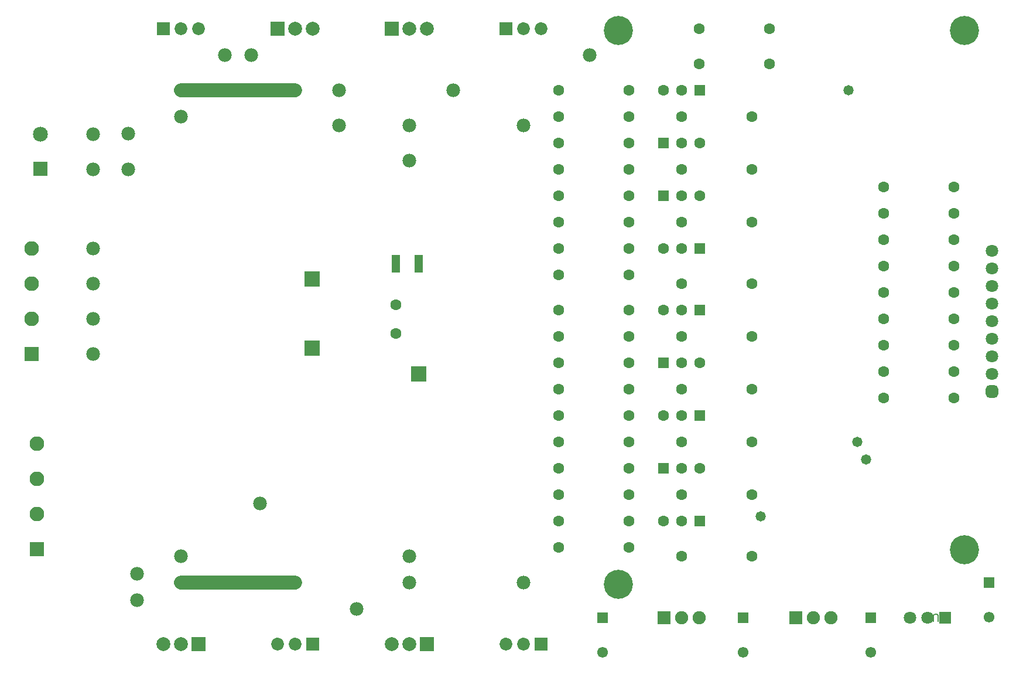
<source format=gbs>
G04*
G04 #@! TF.GenerationSoftware,Altium Limited,Altium Designer,21.8.1 (53)*
G04*
G04 Layer_Color=16711935*
%FSLAX43Y43*%
%MOMM*%
G71*
G04*
G04 #@! TF.SameCoordinates,43502BEE-6898-4BDF-A8F3-2E7845CCF1CD*
G04*
G04*
G04 #@! TF.FilePolarity,Negative*
G04*
G01*
G75*
%ADD15C,0.152*%
%ADD16C,2.032*%
%ADD20R,2.000X2.000*%
%ADD21C,2.000*%
%ADD22R,1.303X2.503*%
%ADD23C,1.603*%
%ADD24R,2.203X2.203*%
%ADD25R,1.803X1.803*%
%ADD26C,1.803*%
%ADD27C,1.903*%
%ADD28R,1.903X1.903*%
%ADD29C,1.803*%
G04:AMPARAMS|DCode=30|XSize=1.803mm|YSize=1.803mm|CornerRadius=0.502mm|HoleSize=0mm|Usage=FLASHONLY|Rotation=90.000|XOffset=0mm|YOffset=0mm|HoleType=Round|Shape=RoundedRectangle|*
%AMROUNDEDRECTD30*
21,1,1.803,0.800,0,0,90.0*
21,1,0.800,1.803,0,0,90.0*
1,1,1.003,0.400,0.400*
1,1,1.003,0.400,-0.400*
1,1,1.003,-0.400,-0.400*
1,1,1.003,-0.400,0.400*
%
%ADD30ROUNDEDRECTD30*%
%ADD31R,1.603X1.603*%
%ADD32R,1.850X1.850*%
%ADD33C,1.850*%
%ADD34C,2.103*%
%ADD35R,2.103X2.103*%
%ADD36R,2.153X2.153*%
%ADD37C,2.153*%
%ADD38R,1.553X1.553*%
%ADD39C,1.553*%
%ADD40C,4.203*%
%ADD41C,1.981*%
%ADD42C,1.473*%
D15*
X141223Y9652D02*
Y10498D01*
X141054Y10667D01*
X140715D01*
X140546Y10498D01*
Y9652D01*
X140208Y10667D02*
X139869D01*
X140038D01*
Y9652D01*
X140208Y9821D01*
D16*
X31749Y86359D02*
X48259D01*
X31749Y15239D02*
X48259D01*
D20*
X34289Y6349D02*
D03*
X67309D02*
D03*
X45719Y95249D02*
D03*
X62229D02*
D03*
D21*
X31749Y6349D02*
D03*
X29209D02*
D03*
X64769D02*
D03*
X62229D02*
D03*
X50799Y95249D02*
D03*
X48259D02*
D03*
X67309D02*
D03*
X64769D02*
D03*
D22*
X66119Y61289D02*
D03*
X62819D02*
D03*
D23*
Y55389D02*
D03*
Y51189D02*
D03*
X96519Y39369D02*
D03*
X86359D02*
D03*
X133349Y41909D02*
D03*
X143509D02*
D03*
X104139Y67309D02*
D03*
X114299D02*
D03*
X96519Y71119D02*
D03*
X86359D02*
D03*
X133349Y60959D02*
D03*
X143509D02*
D03*
X86359Y43179D02*
D03*
X96519D02*
D03*
Y46989D02*
D03*
X86359D02*
D03*
X116839Y95249D02*
D03*
X106679D02*
D03*
Y90169D02*
D03*
X116839D02*
D03*
X86359Y50799D02*
D03*
X96519D02*
D03*
Y54609D02*
D03*
X86359D02*
D03*
X104139Y50799D02*
D03*
X114299D02*
D03*
X133349Y49529D02*
D03*
X143509D02*
D03*
X86359Y35559D02*
D03*
X96519D02*
D03*
X86359Y59689D02*
D03*
X96519D02*
D03*
Y63499D02*
D03*
X86359D02*
D03*
X104139Y35559D02*
D03*
X114299D02*
D03*
X104139Y58419D02*
D03*
X114299D02*
D03*
X133349Y57149D02*
D03*
X143509D02*
D03*
X133349Y64769D02*
D03*
X143509D02*
D03*
X86359Y20319D02*
D03*
X96519D02*
D03*
Y24129D02*
D03*
X86359D02*
D03*
Y82549D02*
D03*
X96519D02*
D03*
Y86359D02*
D03*
X86359D02*
D03*
X104139Y19049D02*
D03*
X114299D02*
D03*
X104139Y82549D02*
D03*
X114299D02*
D03*
X133349Y53339D02*
D03*
X143509D02*
D03*
X133349Y68579D02*
D03*
X143509D02*
D03*
X104139Y43179D02*
D03*
X114299D02*
D03*
X86359Y67309D02*
D03*
X96519D02*
D03*
X104139Y27939D02*
D03*
X114299D02*
D03*
X104139Y74929D02*
D03*
X114299D02*
D03*
X96519Y31749D02*
D03*
X86359D02*
D03*
X133349Y45719D02*
D03*
X143509D02*
D03*
X86359Y27939D02*
D03*
X96519D02*
D03*
Y78739D02*
D03*
X86359D02*
D03*
X133349Y72389D02*
D03*
X143509D02*
D03*
X86359Y74929D02*
D03*
X96519D02*
D03*
X104139Y54609D02*
D03*
X101539D02*
D03*
X104139Y39369D02*
D03*
X101539D02*
D03*
X104139Y63499D02*
D03*
X101539D02*
D03*
X104139Y24129D02*
D03*
X101539D02*
D03*
X104139Y86359D02*
D03*
X101539D02*
D03*
X104139Y46989D02*
D03*
X106739D02*
D03*
X104139Y71119D02*
D03*
X106739D02*
D03*
X104139Y31749D02*
D03*
X106739D02*
D03*
X104139Y78739D02*
D03*
X106739D02*
D03*
D24*
X66119Y45389D02*
D03*
X50719Y59089D02*
D03*
Y49089D02*
D03*
D25*
X142239Y10159D02*
D03*
D26*
X139699D02*
D03*
X137159D02*
D03*
D27*
X125729D02*
D03*
X123189D02*
D03*
X106679Y10159D02*
D03*
X104139D02*
D03*
D28*
X120649Y10159D02*
D03*
X101599Y10159D02*
D03*
D29*
X149000Y63160D02*
D03*
Y60620D02*
D03*
Y58080D02*
D03*
Y53000D02*
D03*
Y47920D02*
D03*
Y45380D02*
D03*
Y50460D02*
D03*
Y55540D02*
D03*
D30*
Y42840D02*
D03*
D31*
X106739Y54609D02*
D03*
Y39369D02*
D03*
Y63499D02*
D03*
Y24129D02*
D03*
Y86359D02*
D03*
X101539Y46989D02*
D03*
Y71119D02*
D03*
Y31749D02*
D03*
Y78739D02*
D03*
D32*
X50799Y6349D02*
D03*
X83819D02*
D03*
X29209Y95249D02*
D03*
X78739D02*
D03*
D33*
X48259Y6349D02*
D03*
X45719D02*
D03*
X81279D02*
D03*
X78739D02*
D03*
X31749Y95249D02*
D03*
X34289D02*
D03*
X83819D02*
D03*
X81279D02*
D03*
D34*
X10921Y35305D02*
D03*
Y30225D02*
D03*
Y25145D02*
D03*
X10159Y63499D02*
D03*
Y58419D02*
D03*
Y53339D02*
D03*
D35*
X10921Y20065D02*
D03*
X10159Y48259D02*
D03*
D36*
X11429Y75009D02*
D03*
D37*
Y80009D02*
D03*
D38*
X92709Y10119D02*
D03*
X148589Y15199D02*
D03*
X131444Y10119D02*
D03*
X113029D02*
D03*
D39*
X92709Y5119D02*
D03*
X148589Y10199D02*
D03*
X131444Y5119D02*
D03*
X113029D02*
D03*
D40*
X145000Y95000D02*
D03*
X95000D02*
D03*
X145000Y20000D02*
D03*
X95000Y15000D02*
D03*
D41*
X90804Y91439D02*
D03*
X19049Y80009D02*
D03*
X24129Y80071D02*
D03*
X43179Y26669D02*
D03*
X25399Y16509D02*
D03*
Y12699D02*
D03*
X57149Y11429D02*
D03*
X19049Y74929D02*
D03*
Y48259D02*
D03*
Y63499D02*
D03*
Y53339D02*
D03*
X64769Y19049D02*
D03*
X81279Y15239D02*
D03*
X64769D02*
D03*
X31749Y86359D02*
D03*
Y19049D02*
D03*
Y15239D02*
D03*
X48259D02*
D03*
X19049Y58419D02*
D03*
X64769Y76199D02*
D03*
X81279Y81279D02*
D03*
X64769D02*
D03*
X54609D02*
D03*
X24129Y74929D02*
D03*
X71119Y86359D02*
D03*
X54609D02*
D03*
X41909Y91439D02*
D03*
X38099D02*
D03*
X48259Y86359D02*
D03*
X31749Y82549D02*
D03*
D42*
X115569Y24764D02*
D03*
X128269Y86359D02*
D03*
X129539Y35559D02*
D03*
X130809Y33019D02*
D03*
M02*

</source>
